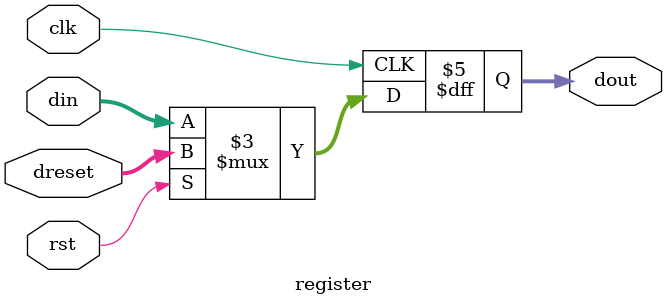
<source format=v>
module register (
    input [31:0] din, dreset,
    input clk,
    input rst,
    output reg [31:0] dout
);
    always @(posedge clk) begin
        if (rst) dout <= dreset;
        else dout <= din;
    end
    
endmodule
</source>
